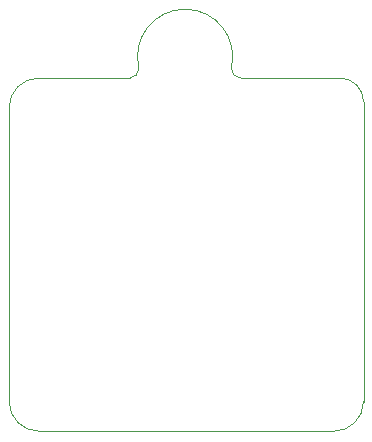
<source format=gbr>
%TF.GenerationSoftware,KiCad,Pcbnew,(5.1.6)-1*%
%TF.CreationDate,2020-09-30T20:40:37+02:00*%
%TF.ProjectId,ESP_test,4553505f-7465-4737-942e-6b696361645f,rev?*%
%TF.SameCoordinates,Original*%
%TF.FileFunction,Profile,NP*%
%FSLAX46Y46*%
G04 Gerber Fmt 4.6, Leading zero omitted, Abs format (unit mm)*
G04 Created by KiCad (PCBNEW (5.1.6)-1) date 2020-09-30 20:40:37*
%MOMM*%
%LPD*%
G01*
G04 APERTURE LIST*
%TA.AperFunction,Profile*%
%ADD10C,0.050000*%
%TD*%
G04 APERTURE END LIST*
D10*
X139100000Y-59000000D02*
G75*
G02*
X138300000Y-58200000I0J800000D01*
G01*
X130488273Y-58202407D02*
G75*
G02*
X129700000Y-59000000I-797648J0D01*
G01*
X122000000Y-59000000D02*
X129700000Y-59000000D01*
X130490625Y-58202407D02*
G75*
G02*
X138300000Y-58200000I3904379J1002407D01*
G01*
X122000000Y-88900000D02*
G75*
G02*
X119500000Y-86400000I0J2500000D01*
G01*
X119500000Y-61500000D02*
X119500000Y-86400000D01*
X147000000Y-88900000D02*
X122000000Y-88900000D01*
X149500000Y-86400000D02*
G75*
G02*
X147000000Y-88900000I-2500000J0D01*
G01*
X149500000Y-61000000D02*
X149500000Y-86400000D01*
X147500000Y-59000000D02*
G75*
G02*
X149500000Y-61000000I0J-2000000D01*
G01*
X119500000Y-61500000D02*
G75*
G02*
X122000000Y-59000000I2500000J0D01*
G01*
X139100000Y-59000000D02*
X147500000Y-59000000D01*
M02*

</source>
